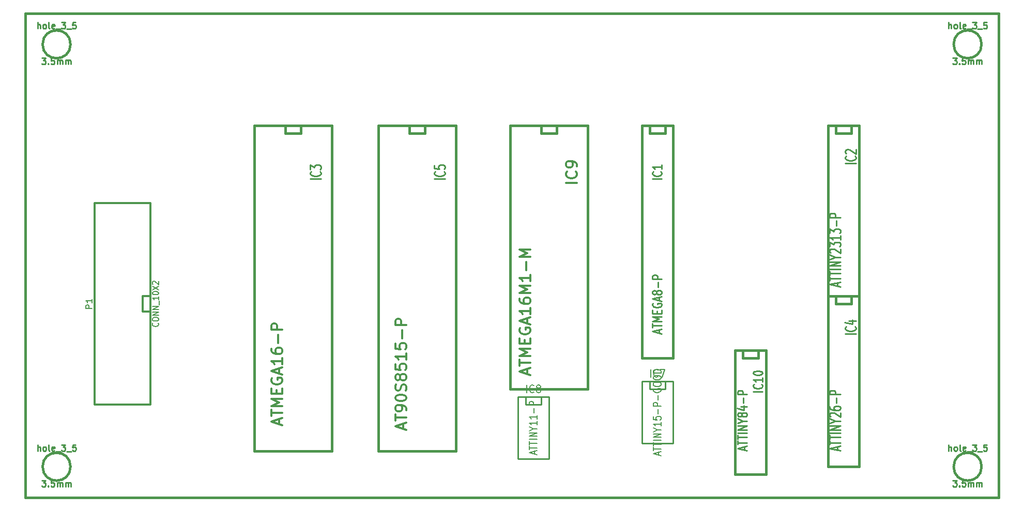
<source format=gto>
G04 #@! TF.FileFunction,Legend,Top*
%FSLAX46Y46*%
G04 Gerber Fmt 4.6, Leading zero omitted, Abs format (unit mm)*
G04 Created by KiCad (PCBNEW 4.0.5+dfsg1-4) date Wed May 24 14:07:58 2017*
%MOMM*%
%LPD*%
G01*
G04 APERTURE LIST*
%ADD10C,0.150000*%
%ADD11C,0.381000*%
%ADD12C,0.304800*%
%ADD13C,0.299720*%
%ADD14C,0.254000*%
%ADD15C,0.285750*%
%ADD16C,0.287020*%
%ADD17C,0.203200*%
G04 APERTURE END LIST*
D10*
D11*
X76200000Y-62865000D02*
X76200000Y-142240000D01*
X235585000Y-62865000D02*
X76200000Y-62865000D01*
X235585000Y-142240000D02*
X235585000Y-62865000D01*
X76200000Y-142240000D02*
X235585000Y-142240000D01*
X182245000Y-81280000D02*
X182245000Y-119380000D01*
X182245000Y-119380000D02*
X177165000Y-119380000D01*
X177165000Y-119380000D02*
X177165000Y-81280000D01*
X177165000Y-81280000D02*
X182245000Y-81280000D01*
X180975000Y-81280000D02*
X180975000Y-82550000D01*
X180975000Y-82550000D02*
X178435000Y-82550000D01*
X178435000Y-82550000D02*
X178435000Y-81280000D01*
D12*
X96647000Y-93980000D02*
X96647000Y-127000000D01*
X87503000Y-127000000D02*
X87503000Y-93980000D01*
D13*
X87503000Y-127000000D02*
X96647000Y-127000000D01*
X87503000Y-93980000D02*
X96647000Y-93980000D01*
X96647000Y-109220000D02*
X95377000Y-109220000D01*
X95377000Y-109220000D02*
X95377000Y-111760000D01*
X95377000Y-111760000D02*
X96647000Y-111760000D01*
D11*
X121285000Y-81280000D02*
X121285000Y-82550000D01*
X121285000Y-82550000D02*
X118745000Y-82550000D01*
X118745000Y-82550000D02*
X118745000Y-81280000D01*
X126365000Y-81280000D02*
X126365000Y-134620000D01*
X126365000Y-134620000D02*
X113665000Y-134620000D01*
X113665000Y-134620000D02*
X113665000Y-81280000D01*
X113665000Y-81280000D02*
X126365000Y-81280000D01*
X141605000Y-81280000D02*
X141605000Y-82550000D01*
X141605000Y-82550000D02*
X139065000Y-82550000D01*
X139065000Y-82550000D02*
X139065000Y-81280000D01*
X146685000Y-81280000D02*
X146685000Y-134620000D01*
X146685000Y-134620000D02*
X133985000Y-134620000D01*
X133985000Y-134620000D02*
X133985000Y-81280000D01*
X133985000Y-81280000D02*
X146685000Y-81280000D01*
X211455000Y-81280000D02*
X211455000Y-82550000D01*
X211455000Y-82550000D02*
X208915000Y-82550000D01*
X208915000Y-82550000D02*
X208915000Y-81280000D01*
X212725000Y-81280000D02*
X212725000Y-109220000D01*
X212725000Y-109220000D02*
X207645000Y-109220000D01*
X207645000Y-109220000D02*
X207645000Y-81280000D01*
X207645000Y-81280000D02*
X212725000Y-81280000D01*
X211455000Y-109220000D02*
X211455000Y-110490000D01*
X211455000Y-110490000D02*
X208915000Y-110490000D01*
X208915000Y-110490000D02*
X208915000Y-109220000D01*
X212725000Y-109220000D02*
X212725000Y-137160000D01*
X212725000Y-137160000D02*
X207645000Y-137160000D01*
X207645000Y-137160000D02*
X207645000Y-109220000D01*
X207645000Y-109220000D02*
X212725000Y-109220000D01*
D14*
X180975000Y-123190000D02*
X180975000Y-124460000D01*
X180975000Y-124460000D02*
X178435000Y-124460000D01*
X178435000Y-124460000D02*
X178435000Y-123190000D01*
X182245000Y-123190000D02*
X182245000Y-133350000D01*
X182245000Y-133350000D02*
X177165000Y-133350000D01*
X177165000Y-133350000D02*
X177165000Y-123190000D01*
X177165000Y-123190000D02*
X182245000Y-123190000D01*
X160655000Y-125730000D02*
X160655000Y-127000000D01*
X160655000Y-127000000D02*
X158115000Y-127000000D01*
X158115000Y-127000000D02*
X158115000Y-125730000D01*
X161925000Y-125730000D02*
X161925000Y-135890000D01*
X161925000Y-135890000D02*
X156845000Y-135890000D01*
X156845000Y-135890000D02*
X156845000Y-125730000D01*
X156845000Y-125730000D02*
X161925000Y-125730000D01*
D11*
X168275000Y-81280000D02*
X168275000Y-124460000D01*
X168275000Y-124460000D02*
X155575000Y-124460000D01*
X155575000Y-124460000D02*
X155575000Y-81280000D01*
X155575000Y-81280000D02*
X168275000Y-81280000D01*
X160655000Y-81280000D02*
X160655000Y-82550000D01*
X160655000Y-82550000D02*
X163195000Y-82550000D01*
X163195000Y-82550000D02*
X163195000Y-81280000D01*
X197485000Y-118110000D02*
X197485000Y-138430000D01*
X192405000Y-138430000D02*
X192405000Y-118110000D01*
X192405000Y-118110000D02*
X197485000Y-118110000D01*
X196215000Y-118110000D02*
X196215000Y-119380000D01*
X196215000Y-119380000D02*
X193675000Y-119380000D01*
X193675000Y-119380000D02*
X193675000Y-118110000D01*
X197485000Y-138430000D02*
X192405000Y-138430000D01*
X83566000Y-67945000D02*
G75*
G03X83566000Y-67945000I-2286000J0D01*
G01*
X232791000Y-67945000D02*
G75*
G03X232791000Y-67945000I-2286000J0D01*
G01*
X232791000Y-137160000D02*
G75*
G03X232791000Y-137160000I-2286000J0D01*
G01*
X83566000Y-137160000D02*
G75*
G03X83566000Y-137160000I-2286000J0D01*
G01*
D15*
X180394429Y-90015785D02*
X178870429Y-90015785D01*
X180249286Y-88818356D02*
X180321857Y-88872785D01*
X180394429Y-89036071D01*
X180394429Y-89144928D01*
X180321857Y-89308213D01*
X180176714Y-89417071D01*
X180031571Y-89471499D01*
X179741286Y-89525928D01*
X179523571Y-89525928D01*
X179233286Y-89471499D01*
X179088143Y-89417071D01*
X178943000Y-89308213D01*
X178870429Y-89144928D01*
X178870429Y-89036071D01*
X178943000Y-88872785D01*
X179015571Y-88818356D01*
X180394429Y-87729785D02*
X180394429Y-88382928D01*
X180394429Y-88056356D02*
X178870429Y-88056356D01*
X179088143Y-88165213D01*
X179233286Y-88274071D01*
X179305857Y-88382928D01*
D16*
D15*
X179959000Y-115252500D02*
X179959000Y-114708214D01*
X180394429Y-115361357D02*
X178870429Y-114980357D01*
X180394429Y-114599357D01*
X178870429Y-114381643D02*
X178870429Y-113728500D01*
X180394429Y-114055071D02*
X178870429Y-114055071D01*
X180394429Y-113347500D02*
X178870429Y-113347500D01*
X179959000Y-112966500D01*
X178870429Y-112585500D01*
X180394429Y-112585500D01*
X179596143Y-112041214D02*
X179596143Y-111660214D01*
X180394429Y-111496928D02*
X180394429Y-112041214D01*
X178870429Y-112041214D01*
X178870429Y-111496928D01*
X178943000Y-110408357D02*
X178870429Y-110517214D01*
X178870429Y-110680500D01*
X178943000Y-110843785D01*
X179088143Y-110952643D01*
X179233286Y-111007071D01*
X179523571Y-111061500D01*
X179741286Y-111061500D01*
X180031571Y-111007071D01*
X180176714Y-110952643D01*
X180321857Y-110843785D01*
X180394429Y-110680500D01*
X180394429Y-110571643D01*
X180321857Y-110408357D01*
X180249286Y-110353928D01*
X179741286Y-110353928D01*
X179741286Y-110571643D01*
X179959000Y-109918500D02*
X179959000Y-109374214D01*
X180394429Y-110027357D02*
X178870429Y-109646357D01*
X180394429Y-109265357D01*
X179523571Y-108721071D02*
X179451000Y-108829929D01*
X179378429Y-108884357D01*
X179233286Y-108938786D01*
X179160714Y-108938786D01*
X179015571Y-108884357D01*
X178943000Y-108829929D01*
X178870429Y-108721071D01*
X178870429Y-108503357D01*
X178943000Y-108394500D01*
X179015571Y-108340071D01*
X179160714Y-108285643D01*
X179233286Y-108285643D01*
X179378429Y-108340071D01*
X179451000Y-108394500D01*
X179523571Y-108503357D01*
X179523571Y-108721071D01*
X179596143Y-108829929D01*
X179668714Y-108884357D01*
X179813857Y-108938786D01*
X180104143Y-108938786D01*
X180249286Y-108884357D01*
X180321857Y-108829929D01*
X180394429Y-108721071D01*
X180394429Y-108503357D01*
X180321857Y-108394500D01*
X180249286Y-108340071D01*
X180104143Y-108285643D01*
X179813857Y-108285643D01*
X179668714Y-108340071D01*
X179596143Y-108394500D01*
X179523571Y-108503357D01*
X179813857Y-107795786D02*
X179813857Y-106924929D01*
X180394429Y-106380643D02*
X178870429Y-106380643D01*
X178870429Y-105945215D01*
X178943000Y-105836357D01*
X179015571Y-105781929D01*
X179160714Y-105727500D01*
X179378429Y-105727500D01*
X179523571Y-105781929D01*
X179596143Y-105836357D01*
X179668714Y-105945215D01*
X179668714Y-106380643D01*
D16*
D17*
X87073619Y-111239904D02*
X86057619Y-111239904D01*
X86057619Y-110852857D01*
X86106000Y-110756095D01*
X86154381Y-110707714D01*
X86251143Y-110659333D01*
X86396286Y-110659333D01*
X86493048Y-110707714D01*
X86541429Y-110756095D01*
X86589810Y-110852857D01*
X86589810Y-111239904D01*
X87073619Y-109691714D02*
X87073619Y-110272285D01*
X87073619Y-109981999D02*
X86057619Y-109981999D01*
X86202762Y-110078761D01*
X86299524Y-110175523D01*
X86347905Y-110272285D01*
X97898857Y-113643833D02*
X97947238Y-113686167D01*
X97995619Y-113813167D01*
X97995619Y-113897833D01*
X97947238Y-114024833D01*
X97850476Y-114109500D01*
X97753714Y-114151833D01*
X97560190Y-114194167D01*
X97415048Y-114194167D01*
X97221524Y-114151833D01*
X97124762Y-114109500D01*
X97028000Y-114024833D01*
X96979619Y-113897833D01*
X96979619Y-113813167D01*
X97028000Y-113686167D01*
X97076381Y-113643833D01*
X96979619Y-113093500D02*
X96979619Y-112924167D01*
X97028000Y-112839500D01*
X97124762Y-112754833D01*
X97318286Y-112712500D01*
X97656952Y-112712500D01*
X97850476Y-112754833D01*
X97947238Y-112839500D01*
X97995619Y-112924167D01*
X97995619Y-113093500D01*
X97947238Y-113178167D01*
X97850476Y-113262833D01*
X97656952Y-113305167D01*
X97318286Y-113305167D01*
X97124762Y-113262833D01*
X97028000Y-113178167D01*
X96979619Y-113093500D01*
X97995619Y-112331500D02*
X96979619Y-112331500D01*
X97995619Y-111823500D01*
X96979619Y-111823500D01*
X97995619Y-111400167D02*
X96979619Y-111400167D01*
X97995619Y-110892167D01*
X96979619Y-110892167D01*
X98092381Y-110680501D02*
X98092381Y-110003168D01*
X97995619Y-109325835D02*
X97995619Y-109833835D01*
X97995619Y-109579835D02*
X96979619Y-109579835D01*
X97124762Y-109664501D01*
X97221524Y-109749168D01*
X97269905Y-109833835D01*
X96979619Y-108775501D02*
X96979619Y-108690834D01*
X97028000Y-108606168D01*
X97076381Y-108563834D01*
X97173143Y-108521501D01*
X97366667Y-108479168D01*
X97608571Y-108479168D01*
X97802095Y-108521501D01*
X97898857Y-108563834D01*
X97947238Y-108606168D01*
X97995619Y-108690834D01*
X97995619Y-108775501D01*
X97947238Y-108860168D01*
X97898857Y-108902501D01*
X97802095Y-108944834D01*
X97608571Y-108987168D01*
X97366667Y-108987168D01*
X97173143Y-108944834D01*
X97076381Y-108902501D01*
X97028000Y-108860168D01*
X96979619Y-108775501D01*
X96979619Y-108182834D02*
X97995619Y-107590167D01*
X96979619Y-107590167D02*
X97995619Y-108182834D01*
X97076381Y-107293834D02*
X97028000Y-107251500D01*
X96979619Y-107166834D01*
X96979619Y-106955167D01*
X97028000Y-106870500D01*
X97076381Y-106828167D01*
X97173143Y-106785834D01*
X97269905Y-106785834D01*
X97415048Y-106828167D01*
X97995619Y-107336167D01*
X97995619Y-106785834D01*
D15*
X124629333Y-90015785D02*
X122851333Y-90015785D01*
X124460000Y-88818356D02*
X124544667Y-88872785D01*
X124629333Y-89036071D01*
X124629333Y-89144928D01*
X124544667Y-89308213D01*
X124375333Y-89417071D01*
X124206000Y-89471499D01*
X123867333Y-89525928D01*
X123613333Y-89525928D01*
X123274667Y-89471499D01*
X123105333Y-89417071D01*
X122936000Y-89308213D01*
X122851333Y-89144928D01*
X122851333Y-89036071D01*
X122936000Y-88872785D01*
X123020667Y-88818356D01*
X122851333Y-88437356D02*
X122851333Y-87729785D01*
X123528667Y-88110785D01*
X123528667Y-87947499D01*
X123613333Y-87838642D01*
X123698000Y-87784213D01*
X123867333Y-87729785D01*
X124290667Y-87729785D01*
X124460000Y-87784213D01*
X124544667Y-87838642D01*
X124629333Y-87947499D01*
X124629333Y-88274071D01*
X124544667Y-88382928D01*
X124460000Y-88437356D01*
D16*
D12*
X117771333Y-130174999D02*
X117771333Y-129328333D01*
X118279333Y-130344333D02*
X116501333Y-129751666D01*
X118279333Y-129158999D01*
X116501333Y-128820333D02*
X116501333Y-127804333D01*
X118279333Y-128312333D02*
X116501333Y-128312333D01*
X118279333Y-127211666D02*
X116501333Y-127211666D01*
X117771333Y-126618999D01*
X116501333Y-126026332D01*
X118279333Y-126026332D01*
X117348000Y-125179666D02*
X117348000Y-124586999D01*
X118279333Y-124332999D02*
X118279333Y-125179666D01*
X116501333Y-125179666D01*
X116501333Y-124332999D01*
X116586000Y-122639665D02*
X116501333Y-122808999D01*
X116501333Y-123062999D01*
X116586000Y-123316999D01*
X116755333Y-123486332D01*
X116924667Y-123570999D01*
X117263333Y-123655665D01*
X117517333Y-123655665D01*
X117856000Y-123570999D01*
X118025333Y-123486332D01*
X118194667Y-123316999D01*
X118279333Y-123062999D01*
X118279333Y-122893665D01*
X118194667Y-122639665D01*
X118110000Y-122554999D01*
X117517333Y-122554999D01*
X117517333Y-122893665D01*
X117771333Y-121877665D02*
X117771333Y-121030999D01*
X118279333Y-122046999D02*
X116501333Y-121454332D01*
X118279333Y-120861665D01*
X118279333Y-119337665D02*
X118279333Y-120353665D01*
X118279333Y-119845665D02*
X116501333Y-119845665D01*
X116755333Y-120014999D01*
X116924667Y-120184332D01*
X117009333Y-120353665D01*
X116501333Y-117813666D02*
X116501333Y-118152332D01*
X116586000Y-118321666D01*
X116670667Y-118406332D01*
X116924667Y-118575666D01*
X117263333Y-118660332D01*
X117940667Y-118660332D01*
X118110000Y-118575666D01*
X118194667Y-118490999D01*
X118279333Y-118321666D01*
X118279333Y-117982999D01*
X118194667Y-117813666D01*
X118110000Y-117728999D01*
X117940667Y-117644332D01*
X117517333Y-117644332D01*
X117348000Y-117728999D01*
X117263333Y-117813666D01*
X117178667Y-117982999D01*
X117178667Y-118321666D01*
X117263333Y-118490999D01*
X117348000Y-118575666D01*
X117517333Y-118660332D01*
X117602000Y-116882333D02*
X117602000Y-115527666D01*
X118279333Y-114681000D02*
X116501333Y-114681000D01*
X116501333Y-114003666D01*
X116586000Y-113834333D01*
X116670667Y-113749666D01*
X116840000Y-113665000D01*
X117094000Y-113665000D01*
X117263333Y-113749666D01*
X117348000Y-113834333D01*
X117432667Y-114003666D01*
X117432667Y-114681000D01*
D15*
X144949333Y-90015785D02*
X143171333Y-90015785D01*
X144780000Y-88818356D02*
X144864667Y-88872785D01*
X144949333Y-89036071D01*
X144949333Y-89144928D01*
X144864667Y-89308213D01*
X144695333Y-89417071D01*
X144526000Y-89471499D01*
X144187333Y-89525928D01*
X143933333Y-89525928D01*
X143594667Y-89471499D01*
X143425333Y-89417071D01*
X143256000Y-89308213D01*
X143171333Y-89144928D01*
X143171333Y-89036071D01*
X143256000Y-88872785D01*
X143340667Y-88818356D01*
X143171333Y-87784213D02*
X143171333Y-88328499D01*
X144018000Y-88382928D01*
X143933333Y-88328499D01*
X143848667Y-88219642D01*
X143848667Y-87947499D01*
X143933333Y-87838642D01*
X144018000Y-87784213D01*
X144187333Y-87729785D01*
X144610667Y-87729785D01*
X144780000Y-87784213D01*
X144864667Y-87838642D01*
X144949333Y-87947499D01*
X144949333Y-88219642D01*
X144864667Y-88328499D01*
X144780000Y-88382928D01*
D16*
D12*
X138091333Y-130936998D02*
X138091333Y-130090332D01*
X138599333Y-131106332D02*
X136821333Y-130513665D01*
X138599333Y-129920998D01*
X136821333Y-129582332D02*
X136821333Y-128566332D01*
X138599333Y-129074332D02*
X136821333Y-129074332D01*
X138599333Y-127888998D02*
X138599333Y-127550331D01*
X138514667Y-127380998D01*
X138430000Y-127296331D01*
X138176000Y-127126998D01*
X137837333Y-127042331D01*
X137160000Y-127042331D01*
X136990667Y-127126998D01*
X136906000Y-127211665D01*
X136821333Y-127380998D01*
X136821333Y-127719665D01*
X136906000Y-127888998D01*
X136990667Y-127973665D01*
X137160000Y-128058331D01*
X137583333Y-128058331D01*
X137752667Y-127973665D01*
X137837333Y-127888998D01*
X137922000Y-127719665D01*
X137922000Y-127380998D01*
X137837333Y-127211665D01*
X137752667Y-127126998D01*
X137583333Y-127042331D01*
X136821333Y-125941665D02*
X136821333Y-125772332D01*
X136906000Y-125602998D01*
X136990667Y-125518332D01*
X137160000Y-125433665D01*
X137498667Y-125348998D01*
X137922000Y-125348998D01*
X138260667Y-125433665D01*
X138430000Y-125518332D01*
X138514667Y-125602998D01*
X138599333Y-125772332D01*
X138599333Y-125941665D01*
X138514667Y-126110998D01*
X138430000Y-126195665D01*
X138260667Y-126280332D01*
X137922000Y-126364998D01*
X137498667Y-126364998D01*
X137160000Y-126280332D01*
X136990667Y-126195665D01*
X136906000Y-126110998D01*
X136821333Y-125941665D01*
X138514667Y-124671665D02*
X138599333Y-124417665D01*
X138599333Y-123994332D01*
X138514667Y-123824999D01*
X138430000Y-123740332D01*
X138260667Y-123655665D01*
X138091333Y-123655665D01*
X137922000Y-123740332D01*
X137837333Y-123824999D01*
X137752667Y-123994332D01*
X137668000Y-124332999D01*
X137583333Y-124502332D01*
X137498667Y-124586999D01*
X137329333Y-124671665D01*
X137160000Y-124671665D01*
X136990667Y-124586999D01*
X136906000Y-124502332D01*
X136821333Y-124332999D01*
X136821333Y-123909665D01*
X136906000Y-123655665D01*
X137583333Y-122639666D02*
X137498667Y-122808999D01*
X137414000Y-122893666D01*
X137244667Y-122978332D01*
X137160000Y-122978332D01*
X136990667Y-122893666D01*
X136906000Y-122808999D01*
X136821333Y-122639666D01*
X136821333Y-122300999D01*
X136906000Y-122131666D01*
X136990667Y-122046999D01*
X137160000Y-121962332D01*
X137244667Y-121962332D01*
X137414000Y-122046999D01*
X137498667Y-122131666D01*
X137583333Y-122300999D01*
X137583333Y-122639666D01*
X137668000Y-122808999D01*
X137752667Y-122893666D01*
X137922000Y-122978332D01*
X138260667Y-122978332D01*
X138430000Y-122893666D01*
X138514667Y-122808999D01*
X138599333Y-122639666D01*
X138599333Y-122300999D01*
X138514667Y-122131666D01*
X138430000Y-122046999D01*
X138260667Y-121962332D01*
X137922000Y-121962332D01*
X137752667Y-122046999D01*
X137668000Y-122131666D01*
X137583333Y-122300999D01*
X136821333Y-120353666D02*
X136821333Y-121200333D01*
X137668000Y-121284999D01*
X137583333Y-121200333D01*
X137498667Y-121030999D01*
X137498667Y-120607666D01*
X137583333Y-120438333D01*
X137668000Y-120353666D01*
X137837333Y-120268999D01*
X138260667Y-120268999D01*
X138430000Y-120353666D01*
X138514667Y-120438333D01*
X138599333Y-120607666D01*
X138599333Y-121030999D01*
X138514667Y-121200333D01*
X138430000Y-121284999D01*
X138599333Y-118575666D02*
X138599333Y-119591666D01*
X138599333Y-119083666D02*
X136821333Y-119083666D01*
X137075333Y-119253000D01*
X137244667Y-119422333D01*
X137329333Y-119591666D01*
X136821333Y-116967000D02*
X136821333Y-117813667D01*
X137668000Y-117898333D01*
X137583333Y-117813667D01*
X137498667Y-117644333D01*
X137498667Y-117221000D01*
X137583333Y-117051667D01*
X137668000Y-116967000D01*
X137837333Y-116882333D01*
X138260667Y-116882333D01*
X138430000Y-116967000D01*
X138514667Y-117051667D01*
X138599333Y-117221000D01*
X138599333Y-117644333D01*
X138514667Y-117813667D01*
X138430000Y-117898333D01*
X137922000Y-116120334D02*
X137922000Y-114765667D01*
X138599333Y-113919001D02*
X136821333Y-113919001D01*
X136821333Y-113241667D01*
X136906000Y-113072334D01*
X136990667Y-112987667D01*
X137160000Y-112903001D01*
X137414000Y-112903001D01*
X137583333Y-112987667D01*
X137668000Y-113072334D01*
X137752667Y-113241667D01*
X137752667Y-113919001D01*
D15*
X212259333Y-87475785D02*
X210481333Y-87475785D01*
X212090000Y-86278356D02*
X212174667Y-86332785D01*
X212259333Y-86496071D01*
X212259333Y-86604928D01*
X212174667Y-86768213D01*
X212005333Y-86877071D01*
X211836000Y-86931499D01*
X211497333Y-86985928D01*
X211243333Y-86985928D01*
X210904667Y-86931499D01*
X210735333Y-86877071D01*
X210566000Y-86768213D01*
X210481333Y-86604928D01*
X210481333Y-86496071D01*
X210566000Y-86332785D01*
X210650667Y-86278356D01*
X210650667Y-85842928D02*
X210566000Y-85788499D01*
X210481333Y-85679642D01*
X210481333Y-85407499D01*
X210566000Y-85298642D01*
X210650667Y-85244213D01*
X210820000Y-85189785D01*
X210989333Y-85189785D01*
X211243333Y-85244213D01*
X212259333Y-85897356D01*
X212259333Y-85189785D01*
D16*
D15*
X209211333Y-107559928D02*
X209211333Y-107015642D01*
X209719333Y-107668785D02*
X207941333Y-107287785D01*
X209719333Y-106906785D01*
X207941333Y-106689071D02*
X207941333Y-106035928D01*
X209719333Y-106362499D02*
X207941333Y-106362499D01*
X207941333Y-105818214D02*
X207941333Y-105165071D01*
X209719333Y-105491642D02*
X207941333Y-105491642D01*
X209719333Y-104784071D02*
X207941333Y-104784071D01*
X209719333Y-104239785D02*
X207941333Y-104239785D01*
X209719333Y-103586642D01*
X207941333Y-103586642D01*
X208872667Y-102824642D02*
X209719333Y-102824642D01*
X207941333Y-103205642D02*
X208872667Y-102824642D01*
X207941333Y-102443642D01*
X208110667Y-102117071D02*
X208026000Y-102062642D01*
X207941333Y-101953785D01*
X207941333Y-101681642D01*
X208026000Y-101572785D01*
X208110667Y-101518356D01*
X208280000Y-101463928D01*
X208449333Y-101463928D01*
X208703333Y-101518356D01*
X209719333Y-102171499D01*
X209719333Y-101463928D01*
X207941333Y-101082928D02*
X207941333Y-100375357D01*
X208618667Y-100756357D01*
X208618667Y-100593071D01*
X208703333Y-100484214D01*
X208788000Y-100429785D01*
X208957333Y-100375357D01*
X209380667Y-100375357D01*
X209550000Y-100429785D01*
X209634667Y-100484214D01*
X209719333Y-100593071D01*
X209719333Y-100919643D01*
X209634667Y-101028500D01*
X209550000Y-101082928D01*
X209719333Y-99286786D02*
X209719333Y-99939929D01*
X209719333Y-99613357D02*
X207941333Y-99613357D01*
X208195333Y-99722214D01*
X208364667Y-99831072D01*
X208449333Y-99939929D01*
X207941333Y-98905786D02*
X207941333Y-98198215D01*
X208618667Y-98579215D01*
X208618667Y-98415929D01*
X208703333Y-98307072D01*
X208788000Y-98252643D01*
X208957333Y-98198215D01*
X209380667Y-98198215D01*
X209550000Y-98252643D01*
X209634667Y-98307072D01*
X209719333Y-98415929D01*
X209719333Y-98742501D01*
X209634667Y-98851358D01*
X209550000Y-98905786D01*
X209042000Y-97708358D02*
X209042000Y-96837501D01*
X209719333Y-96293215D02*
X207941333Y-96293215D01*
X207941333Y-95857787D01*
X208026000Y-95748929D01*
X208110667Y-95694501D01*
X208280000Y-95640072D01*
X208534000Y-95640072D01*
X208703333Y-95694501D01*
X208788000Y-95748929D01*
X208872667Y-95857787D01*
X208872667Y-96293215D01*
D16*
D15*
X212259333Y-115415785D02*
X210481333Y-115415785D01*
X212090000Y-114218356D02*
X212174667Y-114272785D01*
X212259333Y-114436071D01*
X212259333Y-114544928D01*
X212174667Y-114708213D01*
X212005333Y-114817071D01*
X211836000Y-114871499D01*
X211497333Y-114925928D01*
X211243333Y-114925928D01*
X210904667Y-114871499D01*
X210735333Y-114817071D01*
X210566000Y-114708213D01*
X210481333Y-114544928D01*
X210481333Y-114436071D01*
X210566000Y-114272785D01*
X210650667Y-114218356D01*
X211074000Y-113238642D02*
X212259333Y-113238642D01*
X210396667Y-113510785D02*
X211666667Y-113782928D01*
X211666667Y-113075356D01*
D16*
D15*
X209211333Y-134411357D02*
X209211333Y-133867071D01*
X209719333Y-134520214D02*
X207941333Y-134139214D01*
X209719333Y-133758214D01*
X207941333Y-133540500D02*
X207941333Y-132887357D01*
X209719333Y-133213928D02*
X207941333Y-133213928D01*
X207941333Y-132669643D02*
X207941333Y-132016500D01*
X209719333Y-132343071D02*
X207941333Y-132343071D01*
X209719333Y-131635500D02*
X207941333Y-131635500D01*
X209719333Y-131091214D02*
X207941333Y-131091214D01*
X209719333Y-130438071D01*
X207941333Y-130438071D01*
X208872667Y-129676071D02*
X209719333Y-129676071D01*
X207941333Y-130057071D02*
X208872667Y-129676071D01*
X207941333Y-129295071D01*
X208110667Y-128968500D02*
X208026000Y-128914071D01*
X207941333Y-128805214D01*
X207941333Y-128533071D01*
X208026000Y-128424214D01*
X208110667Y-128369785D01*
X208280000Y-128315357D01*
X208449333Y-128315357D01*
X208703333Y-128369785D01*
X209719333Y-129022928D01*
X209719333Y-128315357D01*
X207941333Y-127335643D02*
X207941333Y-127553357D01*
X208026000Y-127662214D01*
X208110667Y-127716643D01*
X208364667Y-127825500D01*
X208703333Y-127879929D01*
X209380667Y-127879929D01*
X209550000Y-127825500D01*
X209634667Y-127771072D01*
X209719333Y-127662214D01*
X209719333Y-127444500D01*
X209634667Y-127335643D01*
X209550000Y-127281214D01*
X209380667Y-127226786D01*
X208957333Y-127226786D01*
X208788000Y-127281214D01*
X208703333Y-127335643D01*
X208618667Y-127444500D01*
X208618667Y-127662214D01*
X208703333Y-127771072D01*
X208788000Y-127825500D01*
X208957333Y-127879929D01*
X209042000Y-126736929D02*
X209042000Y-125866072D01*
X209719333Y-125321786D02*
X207941333Y-125321786D01*
X207941333Y-124886358D01*
X208026000Y-124777500D01*
X208110667Y-124723072D01*
X208280000Y-124668643D01*
X208534000Y-124668643D01*
X208703333Y-124723072D01*
X208788000Y-124777500D01*
X208872667Y-124886358D01*
X208872667Y-125321786D01*
D16*
D17*
X178589215Y-122494524D02*
X178589215Y-121224524D01*
X179786644Y-122373571D02*
X179732215Y-122434048D01*
X179568929Y-122494524D01*
X179460072Y-122494524D01*
X179296787Y-122434048D01*
X179187929Y-122313095D01*
X179133501Y-122192143D01*
X179079072Y-121950238D01*
X179079072Y-121768810D01*
X179133501Y-121526905D01*
X179187929Y-121405952D01*
X179296787Y-121285000D01*
X179460072Y-121224524D01*
X179568929Y-121224524D01*
X179732215Y-121285000D01*
X179786644Y-121345476D01*
X180167644Y-121224524D02*
X180929644Y-121224524D01*
X180439787Y-122494524D01*
X179916667Y-135309428D02*
X179916667Y-134825619D01*
X180279524Y-135406190D02*
X179009524Y-135067523D01*
X180279524Y-134728857D01*
X179009524Y-134535333D02*
X179009524Y-133954762D01*
X180279524Y-134245047D02*
X179009524Y-134245047D01*
X179009524Y-133761238D02*
X179009524Y-133180667D01*
X180279524Y-133470952D02*
X179009524Y-133470952D01*
X180279524Y-132842000D02*
X179009524Y-132842000D01*
X180279524Y-132358190D02*
X179009524Y-132358190D01*
X180279524Y-131777619D01*
X179009524Y-131777619D01*
X179674762Y-131100285D02*
X180279524Y-131100285D01*
X179009524Y-131438952D02*
X179674762Y-131100285D01*
X179009524Y-130761619D01*
X180279524Y-129890762D02*
X180279524Y-130471333D01*
X180279524Y-130181047D02*
X179009524Y-130181047D01*
X179190952Y-130277809D01*
X179311905Y-130374571D01*
X179372381Y-130471333D01*
X179009524Y-128971524D02*
X179009524Y-129455333D01*
X179614286Y-129503714D01*
X179553810Y-129455333D01*
X179493333Y-129358571D01*
X179493333Y-129116667D01*
X179553810Y-129019905D01*
X179614286Y-128971524D01*
X179735238Y-128923143D01*
X180037619Y-128923143D01*
X180158571Y-128971524D01*
X180219048Y-129019905D01*
X180279524Y-129116667D01*
X180279524Y-129358571D01*
X180219048Y-129455333D01*
X180158571Y-129503714D01*
X179795714Y-128487714D02*
X179795714Y-127713619D01*
X180279524Y-127229809D02*
X179009524Y-127229809D01*
X179009524Y-126842762D01*
X179070000Y-126746000D01*
X179130476Y-126697619D01*
X179251429Y-126649238D01*
X179432857Y-126649238D01*
X179553810Y-126697619D01*
X179614286Y-126746000D01*
X179674762Y-126842762D01*
X179674762Y-127229809D01*
X179795714Y-126213809D02*
X179795714Y-125439714D01*
X179070000Y-124423714D02*
X179009524Y-124520476D01*
X179009524Y-124665619D01*
X179070000Y-124810761D01*
X179190952Y-124907523D01*
X179311905Y-124955904D01*
X179553810Y-125004285D01*
X179735238Y-125004285D01*
X179977143Y-124955904D01*
X180098095Y-124907523D01*
X180219048Y-124810761D01*
X180279524Y-124665619D01*
X180279524Y-124568857D01*
X180219048Y-124423714D01*
X180158571Y-124375333D01*
X179735238Y-124375333D01*
X179735238Y-124568857D01*
X179009524Y-123746380D02*
X179009524Y-123552857D01*
X179070000Y-123456095D01*
X179190952Y-123359333D01*
X179432857Y-123310952D01*
X179856190Y-123310952D01*
X180098095Y-123359333D01*
X180219048Y-123456095D01*
X180279524Y-123552857D01*
X180279524Y-123746380D01*
X180219048Y-123843142D01*
X180098095Y-123939904D01*
X179856190Y-123988285D01*
X179432857Y-123988285D01*
X179190952Y-123939904D01*
X179070000Y-123843142D01*
X179009524Y-123746380D01*
X179009524Y-122681999D02*
X179009524Y-122488476D01*
X179070000Y-122391714D01*
X179190952Y-122294952D01*
X179432857Y-122246571D01*
X179856190Y-122246571D01*
X180098095Y-122294952D01*
X180219048Y-122391714D01*
X180279524Y-122488476D01*
X180279524Y-122681999D01*
X180219048Y-122778761D01*
X180098095Y-122875523D01*
X179856190Y-122923904D01*
X179432857Y-122923904D01*
X179190952Y-122875523D01*
X179070000Y-122778761D01*
X179009524Y-122681999D01*
X180279524Y-121811142D02*
X179009524Y-121811142D01*
X179009524Y-121569237D01*
X179070000Y-121424095D01*
X179190952Y-121327333D01*
X179311905Y-121278952D01*
X179553810Y-121230571D01*
X179735238Y-121230571D01*
X179977143Y-121278952D01*
X180098095Y-121327333D01*
X180219048Y-121424095D01*
X180279524Y-121569237D01*
X180279524Y-121811142D01*
X158269215Y-125034524D02*
X158269215Y-123764524D01*
X159466644Y-124913571D02*
X159412215Y-124974048D01*
X159248929Y-125034524D01*
X159140072Y-125034524D01*
X158976787Y-124974048D01*
X158867929Y-124853095D01*
X158813501Y-124732143D01*
X158759072Y-124490238D01*
X158759072Y-124308810D01*
X158813501Y-124066905D01*
X158867929Y-123945952D01*
X158976787Y-123825000D01*
X159140072Y-123764524D01*
X159248929Y-123764524D01*
X159412215Y-123825000D01*
X159466644Y-123885476D01*
X160119787Y-124308810D02*
X160010929Y-124248333D01*
X159956501Y-124187857D01*
X159902072Y-124066905D01*
X159902072Y-124006429D01*
X159956501Y-123885476D01*
X160010929Y-123825000D01*
X160119787Y-123764524D01*
X160337501Y-123764524D01*
X160446358Y-123825000D01*
X160500787Y-123885476D01*
X160555215Y-124006429D01*
X160555215Y-124066905D01*
X160500787Y-124187857D01*
X160446358Y-124248333D01*
X160337501Y-124308810D01*
X160119787Y-124308810D01*
X160010929Y-124369286D01*
X159956501Y-124429762D01*
X159902072Y-124550714D01*
X159902072Y-124792619D01*
X159956501Y-124913571D01*
X160010929Y-124974048D01*
X160119787Y-125034524D01*
X160337501Y-125034524D01*
X160446358Y-124974048D01*
X160500787Y-124913571D01*
X160555215Y-124792619D01*
X160555215Y-124550714D01*
X160500787Y-124429762D01*
X160446358Y-124369286D01*
X160337501Y-124308810D01*
X159596667Y-135140095D02*
X159596667Y-134656286D01*
X159959524Y-135236857D02*
X158689524Y-134898190D01*
X159959524Y-134559524D01*
X158689524Y-134366000D02*
X158689524Y-133785429D01*
X159959524Y-134075714D02*
X158689524Y-134075714D01*
X158689524Y-133591905D02*
X158689524Y-133011334D01*
X159959524Y-133301619D02*
X158689524Y-133301619D01*
X159959524Y-132672667D02*
X158689524Y-132672667D01*
X159959524Y-132188857D02*
X158689524Y-132188857D01*
X159959524Y-131608286D01*
X158689524Y-131608286D01*
X159354762Y-130930952D02*
X159959524Y-130930952D01*
X158689524Y-131269619D02*
X159354762Y-130930952D01*
X158689524Y-130592286D01*
X159959524Y-129721429D02*
X159959524Y-130302000D01*
X159959524Y-130011714D02*
X158689524Y-130011714D01*
X158870952Y-130108476D01*
X158991905Y-130205238D01*
X159052381Y-130302000D01*
X159959524Y-128753810D02*
X159959524Y-129334381D01*
X159959524Y-129044095D02*
X158689524Y-129044095D01*
X158870952Y-129140857D01*
X158991905Y-129237619D01*
X159052381Y-129334381D01*
X159475714Y-128318381D02*
X159475714Y-127544286D01*
X159959524Y-127060476D02*
X158689524Y-127060476D01*
X158689524Y-126673429D01*
X158750000Y-126576667D01*
X158810476Y-126528286D01*
X158931429Y-126479905D01*
X159112857Y-126479905D01*
X159233810Y-126528286D01*
X159294286Y-126576667D01*
X159354762Y-126673429D01*
X159354762Y-127060476D01*
D12*
X166539333Y-90635667D02*
X164761333Y-90635667D01*
X166370000Y-88773000D02*
X166454667Y-88857666D01*
X166539333Y-89111666D01*
X166539333Y-89281000D01*
X166454667Y-89535000D01*
X166285333Y-89704333D01*
X166116000Y-89789000D01*
X165777333Y-89873666D01*
X165523333Y-89873666D01*
X165184667Y-89789000D01*
X165015333Y-89704333D01*
X164846000Y-89535000D01*
X164761333Y-89281000D01*
X164761333Y-89111666D01*
X164846000Y-88857666D01*
X164930667Y-88773000D01*
X166539333Y-87926333D02*
X166539333Y-87587666D01*
X166454667Y-87418333D01*
X166370000Y-87333666D01*
X166116000Y-87164333D01*
X165777333Y-87079666D01*
X165100000Y-87079666D01*
X164930667Y-87164333D01*
X164846000Y-87249000D01*
X164761333Y-87418333D01*
X164761333Y-87757000D01*
X164846000Y-87926333D01*
X164930667Y-88011000D01*
X165100000Y-88095666D01*
X165523333Y-88095666D01*
X165692667Y-88011000D01*
X165777333Y-87926333D01*
X165862000Y-87757000D01*
X165862000Y-87418333D01*
X165777333Y-87249000D01*
X165692667Y-87164333D01*
X165523333Y-87079666D01*
X158411333Y-122004666D02*
X158411333Y-121158000D01*
X158919333Y-122174000D02*
X157141333Y-121581333D01*
X158919333Y-120988666D01*
X157141333Y-120650000D02*
X157141333Y-119634000D01*
X158919333Y-120142000D02*
X157141333Y-120142000D01*
X158919333Y-119041333D02*
X157141333Y-119041333D01*
X158411333Y-118448666D01*
X157141333Y-117855999D01*
X158919333Y-117855999D01*
X157988000Y-117009333D02*
X157988000Y-116416666D01*
X158919333Y-116162666D02*
X158919333Y-117009333D01*
X157141333Y-117009333D01*
X157141333Y-116162666D01*
X157226000Y-114469332D02*
X157141333Y-114638666D01*
X157141333Y-114892666D01*
X157226000Y-115146666D01*
X157395333Y-115315999D01*
X157564667Y-115400666D01*
X157903333Y-115485332D01*
X158157333Y-115485332D01*
X158496000Y-115400666D01*
X158665333Y-115315999D01*
X158834667Y-115146666D01*
X158919333Y-114892666D01*
X158919333Y-114723332D01*
X158834667Y-114469332D01*
X158750000Y-114384666D01*
X158157333Y-114384666D01*
X158157333Y-114723332D01*
X158411333Y-113707332D02*
X158411333Y-112860666D01*
X158919333Y-113876666D02*
X157141333Y-113283999D01*
X158919333Y-112691332D01*
X158919333Y-111167332D02*
X158919333Y-112183332D01*
X158919333Y-111675332D02*
X157141333Y-111675332D01*
X157395333Y-111844666D01*
X157564667Y-112013999D01*
X157649333Y-112183332D01*
X157141333Y-109643333D02*
X157141333Y-109981999D01*
X157226000Y-110151333D01*
X157310667Y-110235999D01*
X157564667Y-110405333D01*
X157903333Y-110489999D01*
X158580667Y-110489999D01*
X158750000Y-110405333D01*
X158834667Y-110320666D01*
X158919333Y-110151333D01*
X158919333Y-109812666D01*
X158834667Y-109643333D01*
X158750000Y-109558666D01*
X158580667Y-109473999D01*
X158157333Y-109473999D01*
X157988000Y-109558666D01*
X157903333Y-109643333D01*
X157818667Y-109812666D01*
X157818667Y-110151333D01*
X157903333Y-110320666D01*
X157988000Y-110405333D01*
X158157333Y-110489999D01*
X158919333Y-108712000D02*
X157141333Y-108712000D01*
X158411333Y-108119333D01*
X157141333Y-107526666D01*
X158919333Y-107526666D01*
X158919333Y-105748666D02*
X158919333Y-106764666D01*
X158919333Y-106256666D02*
X157141333Y-106256666D01*
X157395333Y-106426000D01*
X157564667Y-106595333D01*
X157649333Y-106764666D01*
X158242000Y-104986667D02*
X158242000Y-103632000D01*
X158919333Y-102785334D02*
X157141333Y-102785334D01*
X158411333Y-102192667D01*
X157141333Y-101600000D01*
X158919333Y-101600000D01*
D15*
X196904429Y-124850071D02*
X195380429Y-124850071D01*
X196759286Y-123652642D02*
X196831857Y-123707071D01*
X196904429Y-123870357D01*
X196904429Y-123979214D01*
X196831857Y-124142499D01*
X196686714Y-124251357D01*
X196541571Y-124305785D01*
X196251286Y-124360214D01*
X196033571Y-124360214D01*
X195743286Y-124305785D01*
X195598143Y-124251357D01*
X195453000Y-124142499D01*
X195380429Y-123979214D01*
X195380429Y-123870357D01*
X195453000Y-123707071D01*
X195525571Y-123652642D01*
X196904429Y-122564071D02*
X196904429Y-123217214D01*
X196904429Y-122890642D02*
X195380429Y-122890642D01*
X195598143Y-122999499D01*
X195743286Y-123108357D01*
X195815857Y-123217214D01*
X195380429Y-121856500D02*
X195380429Y-121747643D01*
X195453000Y-121638786D01*
X195525571Y-121584357D01*
X195670714Y-121529928D01*
X195961000Y-121475500D01*
X196323857Y-121475500D01*
X196614143Y-121529928D01*
X196759286Y-121584357D01*
X196831857Y-121638786D01*
X196904429Y-121747643D01*
X196904429Y-121856500D01*
X196831857Y-121965357D01*
X196759286Y-122019786D01*
X196614143Y-122074214D01*
X196323857Y-122128643D01*
X195961000Y-122128643D01*
X195670714Y-122074214D01*
X195525571Y-122019786D01*
X195453000Y-121965357D01*
X195380429Y-121856500D01*
D16*
D15*
X193929000Y-134411357D02*
X193929000Y-133867071D01*
X194364429Y-134520214D02*
X192840429Y-134139214D01*
X194364429Y-133758214D01*
X192840429Y-133540500D02*
X192840429Y-132887357D01*
X194364429Y-133213928D02*
X192840429Y-133213928D01*
X192840429Y-132669643D02*
X192840429Y-132016500D01*
X194364429Y-132343071D02*
X192840429Y-132343071D01*
X194364429Y-131635500D02*
X192840429Y-131635500D01*
X194364429Y-131091214D02*
X192840429Y-131091214D01*
X194364429Y-130438071D01*
X192840429Y-130438071D01*
X193638714Y-129676071D02*
X194364429Y-129676071D01*
X192840429Y-130057071D02*
X193638714Y-129676071D01*
X192840429Y-129295071D01*
X193493571Y-128750785D02*
X193421000Y-128859643D01*
X193348429Y-128914071D01*
X193203286Y-128968500D01*
X193130714Y-128968500D01*
X192985571Y-128914071D01*
X192913000Y-128859643D01*
X192840429Y-128750785D01*
X192840429Y-128533071D01*
X192913000Y-128424214D01*
X192985571Y-128369785D01*
X193130714Y-128315357D01*
X193203286Y-128315357D01*
X193348429Y-128369785D01*
X193421000Y-128424214D01*
X193493571Y-128533071D01*
X193493571Y-128750785D01*
X193566143Y-128859643D01*
X193638714Y-128914071D01*
X193783857Y-128968500D01*
X194074143Y-128968500D01*
X194219286Y-128914071D01*
X194291857Y-128859643D01*
X194364429Y-128750785D01*
X194364429Y-128533071D01*
X194291857Y-128424214D01*
X194219286Y-128369785D01*
X194074143Y-128315357D01*
X193783857Y-128315357D01*
X193638714Y-128369785D01*
X193566143Y-128424214D01*
X193493571Y-128533071D01*
X193348429Y-127335643D02*
X194364429Y-127335643D01*
X192767857Y-127607786D02*
X193856429Y-127879929D01*
X193856429Y-127172357D01*
X193783857Y-126736929D02*
X193783857Y-125866072D01*
X194364429Y-125321786D02*
X192840429Y-125321786D01*
X192840429Y-124886358D01*
X192913000Y-124777500D01*
X192985571Y-124723072D01*
X193130714Y-124668643D01*
X193348429Y-124668643D01*
X193493571Y-124723072D01*
X193566143Y-124777500D01*
X193638714Y-124886358D01*
X193638714Y-125321786D01*
D16*
D14*
X78159430Y-65356619D02*
X78159430Y-64340619D01*
X78594858Y-65356619D02*
X78594858Y-64824429D01*
X78546477Y-64727667D01*
X78449715Y-64679286D01*
X78304573Y-64679286D01*
X78207811Y-64727667D01*
X78159430Y-64776048D01*
X79223811Y-65356619D02*
X79127049Y-65308238D01*
X79078668Y-65259857D01*
X79030287Y-65163095D01*
X79030287Y-64872810D01*
X79078668Y-64776048D01*
X79127049Y-64727667D01*
X79223811Y-64679286D01*
X79368953Y-64679286D01*
X79465715Y-64727667D01*
X79514096Y-64776048D01*
X79562477Y-64872810D01*
X79562477Y-65163095D01*
X79514096Y-65259857D01*
X79465715Y-65308238D01*
X79368953Y-65356619D01*
X79223811Y-65356619D01*
X80143049Y-65356619D02*
X80046287Y-65308238D01*
X79997906Y-65211476D01*
X79997906Y-64340619D01*
X80917143Y-65308238D02*
X80820381Y-65356619D01*
X80626858Y-65356619D01*
X80530096Y-65308238D01*
X80481715Y-65211476D01*
X80481715Y-64824429D01*
X80530096Y-64727667D01*
X80626858Y-64679286D01*
X80820381Y-64679286D01*
X80917143Y-64727667D01*
X80965524Y-64824429D01*
X80965524Y-64921190D01*
X80481715Y-65017952D01*
X81159048Y-65453381D02*
X81933143Y-65453381D01*
X82078286Y-64340619D02*
X82707238Y-64340619D01*
X82368572Y-64727667D01*
X82513714Y-64727667D01*
X82610476Y-64776048D01*
X82658857Y-64824429D01*
X82707238Y-64921190D01*
X82707238Y-65163095D01*
X82658857Y-65259857D01*
X82610476Y-65308238D01*
X82513714Y-65356619D01*
X82223429Y-65356619D01*
X82126667Y-65308238D01*
X82078286Y-65259857D01*
X82900762Y-65453381D02*
X83674857Y-65453381D01*
X84400571Y-64340619D02*
X83916762Y-64340619D01*
X83868381Y-64824429D01*
X83916762Y-64776048D01*
X84013524Y-64727667D01*
X84255428Y-64727667D01*
X84352190Y-64776048D01*
X84400571Y-64824429D01*
X84448952Y-64921190D01*
X84448952Y-65163095D01*
X84400571Y-65259857D01*
X84352190Y-65308238D01*
X84255428Y-65356619D01*
X84013524Y-65356619D01*
X83916762Y-65308238D01*
X83868381Y-65259857D01*
X78860952Y-70182619D02*
X79489904Y-70182619D01*
X79151238Y-70569667D01*
X79296380Y-70569667D01*
X79393142Y-70618048D01*
X79441523Y-70666429D01*
X79489904Y-70763190D01*
X79489904Y-71005095D01*
X79441523Y-71101857D01*
X79393142Y-71150238D01*
X79296380Y-71198619D01*
X79006095Y-71198619D01*
X78909333Y-71150238D01*
X78860952Y-71101857D01*
X79925333Y-71101857D02*
X79973714Y-71150238D01*
X79925333Y-71198619D01*
X79876952Y-71150238D01*
X79925333Y-71101857D01*
X79925333Y-71198619D01*
X80892952Y-70182619D02*
X80409143Y-70182619D01*
X80360762Y-70666429D01*
X80409143Y-70618048D01*
X80505905Y-70569667D01*
X80747809Y-70569667D01*
X80844571Y-70618048D01*
X80892952Y-70666429D01*
X80941333Y-70763190D01*
X80941333Y-71005095D01*
X80892952Y-71101857D01*
X80844571Y-71150238D01*
X80747809Y-71198619D01*
X80505905Y-71198619D01*
X80409143Y-71150238D01*
X80360762Y-71101857D01*
X81376762Y-71198619D02*
X81376762Y-70521286D01*
X81376762Y-70618048D02*
X81425143Y-70569667D01*
X81521905Y-70521286D01*
X81667047Y-70521286D01*
X81763809Y-70569667D01*
X81812190Y-70666429D01*
X81812190Y-71198619D01*
X81812190Y-70666429D02*
X81860571Y-70569667D01*
X81957333Y-70521286D01*
X82102476Y-70521286D01*
X82199238Y-70569667D01*
X82247619Y-70666429D01*
X82247619Y-71198619D01*
X82731429Y-71198619D02*
X82731429Y-70521286D01*
X82731429Y-70618048D02*
X82779810Y-70569667D01*
X82876572Y-70521286D01*
X83021714Y-70521286D01*
X83118476Y-70569667D01*
X83166857Y-70666429D01*
X83166857Y-71198619D01*
X83166857Y-70666429D02*
X83215238Y-70569667D01*
X83312000Y-70521286D01*
X83457143Y-70521286D01*
X83553905Y-70569667D01*
X83602286Y-70666429D01*
X83602286Y-71198619D01*
X227384430Y-65356619D02*
X227384430Y-64340619D01*
X227819858Y-65356619D02*
X227819858Y-64824429D01*
X227771477Y-64727667D01*
X227674715Y-64679286D01*
X227529573Y-64679286D01*
X227432811Y-64727667D01*
X227384430Y-64776048D01*
X228448811Y-65356619D02*
X228352049Y-65308238D01*
X228303668Y-65259857D01*
X228255287Y-65163095D01*
X228255287Y-64872810D01*
X228303668Y-64776048D01*
X228352049Y-64727667D01*
X228448811Y-64679286D01*
X228593953Y-64679286D01*
X228690715Y-64727667D01*
X228739096Y-64776048D01*
X228787477Y-64872810D01*
X228787477Y-65163095D01*
X228739096Y-65259857D01*
X228690715Y-65308238D01*
X228593953Y-65356619D01*
X228448811Y-65356619D01*
X229368049Y-65356619D02*
X229271287Y-65308238D01*
X229222906Y-65211476D01*
X229222906Y-64340619D01*
X230142143Y-65308238D02*
X230045381Y-65356619D01*
X229851858Y-65356619D01*
X229755096Y-65308238D01*
X229706715Y-65211476D01*
X229706715Y-64824429D01*
X229755096Y-64727667D01*
X229851858Y-64679286D01*
X230045381Y-64679286D01*
X230142143Y-64727667D01*
X230190524Y-64824429D01*
X230190524Y-64921190D01*
X229706715Y-65017952D01*
X230384048Y-65453381D02*
X231158143Y-65453381D01*
X231303286Y-64340619D02*
X231932238Y-64340619D01*
X231593572Y-64727667D01*
X231738714Y-64727667D01*
X231835476Y-64776048D01*
X231883857Y-64824429D01*
X231932238Y-64921190D01*
X231932238Y-65163095D01*
X231883857Y-65259857D01*
X231835476Y-65308238D01*
X231738714Y-65356619D01*
X231448429Y-65356619D01*
X231351667Y-65308238D01*
X231303286Y-65259857D01*
X232125762Y-65453381D02*
X232899857Y-65453381D01*
X233625571Y-64340619D02*
X233141762Y-64340619D01*
X233093381Y-64824429D01*
X233141762Y-64776048D01*
X233238524Y-64727667D01*
X233480428Y-64727667D01*
X233577190Y-64776048D01*
X233625571Y-64824429D01*
X233673952Y-64921190D01*
X233673952Y-65163095D01*
X233625571Y-65259857D01*
X233577190Y-65308238D01*
X233480428Y-65356619D01*
X233238524Y-65356619D01*
X233141762Y-65308238D01*
X233093381Y-65259857D01*
X228085952Y-70182619D02*
X228714904Y-70182619D01*
X228376238Y-70569667D01*
X228521380Y-70569667D01*
X228618142Y-70618048D01*
X228666523Y-70666429D01*
X228714904Y-70763190D01*
X228714904Y-71005095D01*
X228666523Y-71101857D01*
X228618142Y-71150238D01*
X228521380Y-71198619D01*
X228231095Y-71198619D01*
X228134333Y-71150238D01*
X228085952Y-71101857D01*
X229150333Y-71101857D02*
X229198714Y-71150238D01*
X229150333Y-71198619D01*
X229101952Y-71150238D01*
X229150333Y-71101857D01*
X229150333Y-71198619D01*
X230117952Y-70182619D02*
X229634143Y-70182619D01*
X229585762Y-70666429D01*
X229634143Y-70618048D01*
X229730905Y-70569667D01*
X229972809Y-70569667D01*
X230069571Y-70618048D01*
X230117952Y-70666429D01*
X230166333Y-70763190D01*
X230166333Y-71005095D01*
X230117952Y-71101857D01*
X230069571Y-71150238D01*
X229972809Y-71198619D01*
X229730905Y-71198619D01*
X229634143Y-71150238D01*
X229585762Y-71101857D01*
X230601762Y-71198619D02*
X230601762Y-70521286D01*
X230601762Y-70618048D02*
X230650143Y-70569667D01*
X230746905Y-70521286D01*
X230892047Y-70521286D01*
X230988809Y-70569667D01*
X231037190Y-70666429D01*
X231037190Y-71198619D01*
X231037190Y-70666429D02*
X231085571Y-70569667D01*
X231182333Y-70521286D01*
X231327476Y-70521286D01*
X231424238Y-70569667D01*
X231472619Y-70666429D01*
X231472619Y-71198619D01*
X231956429Y-71198619D02*
X231956429Y-70521286D01*
X231956429Y-70618048D02*
X232004810Y-70569667D01*
X232101572Y-70521286D01*
X232246714Y-70521286D01*
X232343476Y-70569667D01*
X232391857Y-70666429D01*
X232391857Y-71198619D01*
X232391857Y-70666429D02*
X232440238Y-70569667D01*
X232537000Y-70521286D01*
X232682143Y-70521286D01*
X232778905Y-70569667D01*
X232827286Y-70666429D01*
X232827286Y-71198619D01*
X227384430Y-134571619D02*
X227384430Y-133555619D01*
X227819858Y-134571619D02*
X227819858Y-134039429D01*
X227771477Y-133942667D01*
X227674715Y-133894286D01*
X227529573Y-133894286D01*
X227432811Y-133942667D01*
X227384430Y-133991048D01*
X228448811Y-134571619D02*
X228352049Y-134523238D01*
X228303668Y-134474857D01*
X228255287Y-134378095D01*
X228255287Y-134087810D01*
X228303668Y-133991048D01*
X228352049Y-133942667D01*
X228448811Y-133894286D01*
X228593953Y-133894286D01*
X228690715Y-133942667D01*
X228739096Y-133991048D01*
X228787477Y-134087810D01*
X228787477Y-134378095D01*
X228739096Y-134474857D01*
X228690715Y-134523238D01*
X228593953Y-134571619D01*
X228448811Y-134571619D01*
X229368049Y-134571619D02*
X229271287Y-134523238D01*
X229222906Y-134426476D01*
X229222906Y-133555619D01*
X230142143Y-134523238D02*
X230045381Y-134571619D01*
X229851858Y-134571619D01*
X229755096Y-134523238D01*
X229706715Y-134426476D01*
X229706715Y-134039429D01*
X229755096Y-133942667D01*
X229851858Y-133894286D01*
X230045381Y-133894286D01*
X230142143Y-133942667D01*
X230190524Y-134039429D01*
X230190524Y-134136190D01*
X229706715Y-134232952D01*
X230384048Y-134668381D02*
X231158143Y-134668381D01*
X231303286Y-133555619D02*
X231932238Y-133555619D01*
X231593572Y-133942667D01*
X231738714Y-133942667D01*
X231835476Y-133991048D01*
X231883857Y-134039429D01*
X231932238Y-134136190D01*
X231932238Y-134378095D01*
X231883857Y-134474857D01*
X231835476Y-134523238D01*
X231738714Y-134571619D01*
X231448429Y-134571619D01*
X231351667Y-134523238D01*
X231303286Y-134474857D01*
X232125762Y-134668381D02*
X232899857Y-134668381D01*
X233625571Y-133555619D02*
X233141762Y-133555619D01*
X233093381Y-134039429D01*
X233141762Y-133991048D01*
X233238524Y-133942667D01*
X233480428Y-133942667D01*
X233577190Y-133991048D01*
X233625571Y-134039429D01*
X233673952Y-134136190D01*
X233673952Y-134378095D01*
X233625571Y-134474857D01*
X233577190Y-134523238D01*
X233480428Y-134571619D01*
X233238524Y-134571619D01*
X233141762Y-134523238D01*
X233093381Y-134474857D01*
X228085952Y-139397619D02*
X228714904Y-139397619D01*
X228376238Y-139784667D01*
X228521380Y-139784667D01*
X228618142Y-139833048D01*
X228666523Y-139881429D01*
X228714904Y-139978190D01*
X228714904Y-140220095D01*
X228666523Y-140316857D01*
X228618142Y-140365238D01*
X228521380Y-140413619D01*
X228231095Y-140413619D01*
X228134333Y-140365238D01*
X228085952Y-140316857D01*
X229150333Y-140316857D02*
X229198714Y-140365238D01*
X229150333Y-140413619D01*
X229101952Y-140365238D01*
X229150333Y-140316857D01*
X229150333Y-140413619D01*
X230117952Y-139397619D02*
X229634143Y-139397619D01*
X229585762Y-139881429D01*
X229634143Y-139833048D01*
X229730905Y-139784667D01*
X229972809Y-139784667D01*
X230069571Y-139833048D01*
X230117952Y-139881429D01*
X230166333Y-139978190D01*
X230166333Y-140220095D01*
X230117952Y-140316857D01*
X230069571Y-140365238D01*
X229972809Y-140413619D01*
X229730905Y-140413619D01*
X229634143Y-140365238D01*
X229585762Y-140316857D01*
X230601762Y-140413619D02*
X230601762Y-139736286D01*
X230601762Y-139833048D02*
X230650143Y-139784667D01*
X230746905Y-139736286D01*
X230892047Y-139736286D01*
X230988809Y-139784667D01*
X231037190Y-139881429D01*
X231037190Y-140413619D01*
X231037190Y-139881429D02*
X231085571Y-139784667D01*
X231182333Y-139736286D01*
X231327476Y-139736286D01*
X231424238Y-139784667D01*
X231472619Y-139881429D01*
X231472619Y-140413619D01*
X231956429Y-140413619D02*
X231956429Y-139736286D01*
X231956429Y-139833048D02*
X232004810Y-139784667D01*
X232101572Y-139736286D01*
X232246714Y-139736286D01*
X232343476Y-139784667D01*
X232391857Y-139881429D01*
X232391857Y-140413619D01*
X232391857Y-139881429D02*
X232440238Y-139784667D01*
X232537000Y-139736286D01*
X232682143Y-139736286D01*
X232778905Y-139784667D01*
X232827286Y-139881429D01*
X232827286Y-140413619D01*
X78159430Y-134571619D02*
X78159430Y-133555619D01*
X78594858Y-134571619D02*
X78594858Y-134039429D01*
X78546477Y-133942667D01*
X78449715Y-133894286D01*
X78304573Y-133894286D01*
X78207811Y-133942667D01*
X78159430Y-133991048D01*
X79223811Y-134571619D02*
X79127049Y-134523238D01*
X79078668Y-134474857D01*
X79030287Y-134378095D01*
X79030287Y-134087810D01*
X79078668Y-133991048D01*
X79127049Y-133942667D01*
X79223811Y-133894286D01*
X79368953Y-133894286D01*
X79465715Y-133942667D01*
X79514096Y-133991048D01*
X79562477Y-134087810D01*
X79562477Y-134378095D01*
X79514096Y-134474857D01*
X79465715Y-134523238D01*
X79368953Y-134571619D01*
X79223811Y-134571619D01*
X80143049Y-134571619D02*
X80046287Y-134523238D01*
X79997906Y-134426476D01*
X79997906Y-133555619D01*
X80917143Y-134523238D02*
X80820381Y-134571619D01*
X80626858Y-134571619D01*
X80530096Y-134523238D01*
X80481715Y-134426476D01*
X80481715Y-134039429D01*
X80530096Y-133942667D01*
X80626858Y-133894286D01*
X80820381Y-133894286D01*
X80917143Y-133942667D01*
X80965524Y-134039429D01*
X80965524Y-134136190D01*
X80481715Y-134232952D01*
X81159048Y-134668381D02*
X81933143Y-134668381D01*
X82078286Y-133555619D02*
X82707238Y-133555619D01*
X82368572Y-133942667D01*
X82513714Y-133942667D01*
X82610476Y-133991048D01*
X82658857Y-134039429D01*
X82707238Y-134136190D01*
X82707238Y-134378095D01*
X82658857Y-134474857D01*
X82610476Y-134523238D01*
X82513714Y-134571619D01*
X82223429Y-134571619D01*
X82126667Y-134523238D01*
X82078286Y-134474857D01*
X82900762Y-134668381D02*
X83674857Y-134668381D01*
X84400571Y-133555619D02*
X83916762Y-133555619D01*
X83868381Y-134039429D01*
X83916762Y-133991048D01*
X84013524Y-133942667D01*
X84255428Y-133942667D01*
X84352190Y-133991048D01*
X84400571Y-134039429D01*
X84448952Y-134136190D01*
X84448952Y-134378095D01*
X84400571Y-134474857D01*
X84352190Y-134523238D01*
X84255428Y-134571619D01*
X84013524Y-134571619D01*
X83916762Y-134523238D01*
X83868381Y-134474857D01*
X78860952Y-139397619D02*
X79489904Y-139397619D01*
X79151238Y-139784667D01*
X79296380Y-139784667D01*
X79393142Y-139833048D01*
X79441523Y-139881429D01*
X79489904Y-139978190D01*
X79489904Y-140220095D01*
X79441523Y-140316857D01*
X79393142Y-140365238D01*
X79296380Y-140413619D01*
X79006095Y-140413619D01*
X78909333Y-140365238D01*
X78860952Y-140316857D01*
X79925333Y-140316857D02*
X79973714Y-140365238D01*
X79925333Y-140413619D01*
X79876952Y-140365238D01*
X79925333Y-140316857D01*
X79925333Y-140413619D01*
X80892952Y-139397619D02*
X80409143Y-139397619D01*
X80360762Y-139881429D01*
X80409143Y-139833048D01*
X80505905Y-139784667D01*
X80747809Y-139784667D01*
X80844571Y-139833048D01*
X80892952Y-139881429D01*
X80941333Y-139978190D01*
X80941333Y-140220095D01*
X80892952Y-140316857D01*
X80844571Y-140365238D01*
X80747809Y-140413619D01*
X80505905Y-140413619D01*
X80409143Y-140365238D01*
X80360762Y-140316857D01*
X81376762Y-140413619D02*
X81376762Y-139736286D01*
X81376762Y-139833048D02*
X81425143Y-139784667D01*
X81521905Y-139736286D01*
X81667047Y-139736286D01*
X81763809Y-139784667D01*
X81812190Y-139881429D01*
X81812190Y-140413619D01*
X81812190Y-139881429D02*
X81860571Y-139784667D01*
X81957333Y-139736286D01*
X82102476Y-139736286D01*
X82199238Y-139784667D01*
X82247619Y-139881429D01*
X82247619Y-140413619D01*
X82731429Y-140413619D02*
X82731429Y-139736286D01*
X82731429Y-139833048D02*
X82779810Y-139784667D01*
X82876572Y-139736286D01*
X83021714Y-139736286D01*
X83118476Y-139784667D01*
X83166857Y-139881429D01*
X83166857Y-140413619D01*
X83166857Y-139881429D02*
X83215238Y-139784667D01*
X83312000Y-139736286D01*
X83457143Y-139736286D01*
X83553905Y-139784667D01*
X83602286Y-139881429D01*
X83602286Y-140413619D01*
M02*

</source>
